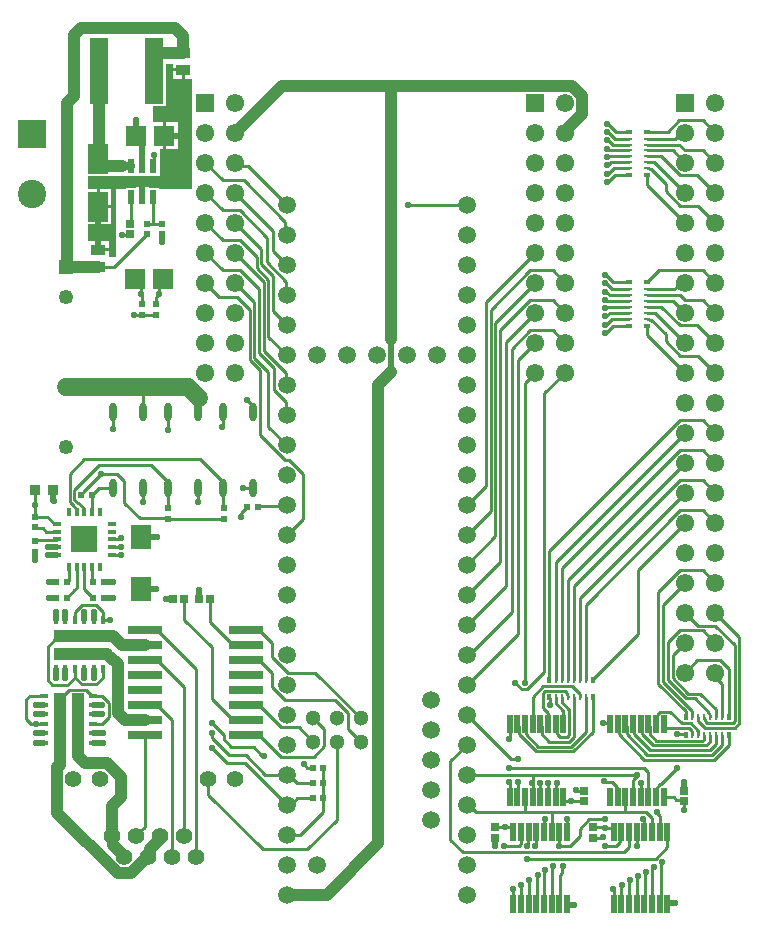
<source format=gtl>
G04*
G04 #@! TF.GenerationSoftware,Altium Limited,Altium Designer,22.10.1 (41)*
G04*
G04 Layer_Physical_Order=1*
G04 Layer_Color=255*
%FSLAX44Y44*%
%MOMM*%
G71*
G04*
G04 #@! TF.SameCoordinates,ED3CD574-296F-4DA1-8CEE-BF2CD4CAFD89*
G04*
G04*
G04 #@! TF.FilePolarity,Positive*
G04*
G01*
G75*
%ADD11C,0.2500*%
%ADD17R,1.2621X0.9578*%
%ADD18R,1.7540X1.8062*%
%ADD19O,0.6000X1.5500*%
%ADD20R,0.6000X0.6000*%
%ADD21R,0.6000X0.6000*%
%ADD22R,1.6000X5.7000*%
%ADD23R,1.8000X2.1000*%
%ADD24R,1.7000X2.5000*%
%ADD25R,0.9587X0.9121*%
%ADD26R,0.6400X0.6400*%
%ADD27R,0.6000X1.2000*%
%ADD28R,0.6400X0.6400*%
%ADD29R,0.5000X0.2500*%
%ADD30R,0.5000X0.4250*%
%ADD31R,0.2500X0.5000*%
%ADD32R,0.4250X0.5000*%
G04:AMPARAMS|DCode=33|XSize=0.45mm|YSize=1.6mm|CornerRadius=0.0495mm|HoleSize=0mm|Usage=FLASHONLY|Rotation=180.000|XOffset=0mm|YOffset=0mm|HoleType=Round|Shape=RoundedRectangle|*
%AMROUNDEDRECTD33*
21,1,0.4500,1.5010,0,0,180.0*
21,1,0.3510,1.6000,0,0,180.0*
1,1,0.0990,-0.1755,0.7505*
1,1,0.0990,0.1755,0.7505*
1,1,0.0990,0.1755,-0.7505*
1,1,0.0990,-0.1755,-0.7505*
%
%ADD33ROUNDEDRECTD33*%
%ADD34R,1.0000X2.1000*%
%ADD35R,0.6500X0.4000*%
G04:AMPARAMS|DCode=36|XSize=0.75mm|YSize=0.31mm|CornerRadius=0.0496mm|HoleSize=0mm|Usage=FLASHONLY|Rotation=0.000|XOffset=0mm|YOffset=0mm|HoleType=Round|Shape=RoundedRectangle|*
%AMROUNDEDRECTD36*
21,1,0.7500,0.2108,0,0,0.0*
21,1,0.6508,0.3100,0,0,0.0*
1,1,0.0992,0.3254,-0.1054*
1,1,0.0992,-0.3254,-0.1054*
1,1,0.0992,-0.3254,0.1054*
1,1,0.0992,0.3254,0.1054*
%
%ADD36ROUNDEDRECTD36*%
G04:AMPARAMS|DCode=37|XSize=0.31mm|YSize=0.75mm|CornerRadius=0.0496mm|HoleSize=0mm|Usage=FLASHONLY|Rotation=0.000|XOffset=0mm|YOffset=0mm|HoleType=Round|Shape=RoundedRectangle|*
%AMROUNDEDRECTD37*
21,1,0.3100,0.6508,0,0,0.0*
21,1,0.2108,0.7500,0,0,0.0*
1,1,0.0992,0.1054,-0.3254*
1,1,0.0992,-0.1054,-0.3254*
1,1,0.0992,-0.1054,0.3254*
1,1,0.0992,0.1054,0.3254*
%
%ADD37ROUNDEDRECTD37*%
%ADD38R,0.4000X0.6500*%
%ADD39R,2.1000X1.0000*%
%ADD46R,2.2000X2.2000*%
%ADD47R,2.9210X0.7620*%
%ADD50C,1.2500*%
%ADD51R,1.2500X1.2500*%
%ADD59C,1.0000*%
%ADD60C,1.5000*%
%ADD61C,0.5000*%
%ADD62C,0.7000*%
%ADD63C,0.2350*%
%ADD64C,2.4000*%
%ADD65R,2.4000X2.4000*%
%ADD66C,1.5500*%
%ADD67R,1.5500X1.5500*%
%ADD68C,1.3000*%
%ADD69C,1.5000*%
%ADD70C,1.4000*%
%ADD71C,0.5500*%
%ADD72C,0.5000*%
G36*
X151149Y719998D02*
X160000D01*
Y718728D01*
X161270D01*
Y711399D01*
X167000D01*
Y618000D01*
X139000D01*
Y618500D01*
X130540D01*
Y619540D01*
X119460D01*
Y618500D01*
X111000D01*
Y618000D01*
X103000D01*
Y560000D01*
X96851D01*
Y565002D01*
X88000D01*
Y566272D01*
X86730D01*
Y573601D01*
X79149D01*
X79000Y574809D01*
Y587960D01*
X86557D01*
Y603000D01*
Y618040D01*
X79000D01*
Y629000D01*
X140000D01*
Y651429D01*
X142491D01*
Y663000D01*
Y674571D01*
X134000D01*
Y688000D01*
X145000D01*
Y724000D01*
X151149D01*
Y719998D01*
D02*
G37*
%LPC*%
G36*
X158730Y717458D02*
X151149D01*
Y711399D01*
X158730D01*
Y717458D01*
D02*
G37*
G36*
X155071Y674571D02*
X145031D01*
Y664270D01*
X155071D01*
Y674571D01*
D02*
G37*
G36*
Y661730D02*
X145031D01*
Y651429D01*
X155071D01*
Y661730D01*
D02*
G37*
G36*
X98867Y618040D02*
X89096D01*
Y604270D01*
X98867D01*
Y618040D01*
D02*
G37*
G36*
Y601730D02*
X89096D01*
Y587960D01*
X98867D01*
Y601730D01*
D02*
G37*
G36*
X89270Y573601D02*
Y567542D01*
X96851D01*
Y573601D01*
X89270D01*
D02*
G37*
%LPD*%
D11*
X125700Y429250D02*
Y449953D01*
X126000Y450253D01*
X584000Y92000D02*
X584000Y92000D01*
Y99400D02*
X584000Y99400D01*
X584000Y92000D02*
Y99400D01*
X134750Y637250D02*
Y646750D01*
X134500Y637000D02*
X134750Y637250D01*
Y646750D02*
X135000Y647000D01*
X118000Y511000D02*
X118250Y511250D01*
X124750D02*
X125000Y511500D01*
X118250Y511250D02*
X124750D01*
X99292Y321250D02*
X99593Y321550D01*
X106550D01*
X107000Y322000D01*
X124000Y529000D02*
Y537239D01*
X119239Y542000D02*
X124000Y537239D01*
Y528188D02*
Y529000D01*
X125000Y520500D02*
Y527188D01*
X124000Y528188D02*
X125000Y527188D01*
X139000Y529000D02*
Y538239D01*
X142761Y542000D01*
X137000Y526188D02*
X139000Y528188D01*
Y529000D01*
X137000Y520500D02*
Y526188D01*
X125000Y511500D02*
X125000Y511500D01*
X137000D01*
X218700Y429250D02*
Y434150D01*
X214000Y438850D02*
X218700Y434150D01*
X214000Y438850D02*
Y439000D01*
X210500Y364813D02*
X218637D01*
X218700Y364750D01*
X172104Y353104D02*
Y364646D01*
X172207Y364750D01*
X172000Y353000D02*
X172104Y353104D01*
X125850Y353150D02*
Y364600D01*
Y353150D02*
X126000Y353000D01*
X125700Y364750D02*
X125850Y364600D01*
X110000Y352000D02*
Y371000D01*
X104000Y377000D02*
X110000Y371000D01*
Y352000D02*
X123000Y339000D01*
X75250Y361639D02*
X90611Y377000D01*
X104000D01*
X73500Y359000D02*
X75250Y360750D01*
Y361639D01*
X147000Y338500D02*
X194000D01*
X146500Y339000D02*
X147000Y338500D01*
X123000Y339000D02*
X146500D01*
X67750Y363139D02*
X88611Y384000D01*
X132307D02*
X146807Y369500D01*
X88611Y384000D02*
X132307D01*
X76000Y389000D02*
X173800D01*
X63750Y376750D02*
X76000Y389000D01*
X63750Y353204D02*
Y376750D01*
X173800Y389000D02*
X193300Y369500D01*
X99417Y308125D02*
X106875D01*
X107000Y308000D01*
X99292Y308250D02*
X99417Y308125D01*
X99418Y314875D02*
X106875D01*
X107000Y315000D01*
X99292Y314750D02*
X99418Y314875D01*
X34000Y350000D02*
Y362267D01*
X34733Y363000D01*
X34000Y340500D02*
Y350000D01*
X45000Y202000D02*
X49000Y198000D01*
X61778D01*
X45000Y202000D02*
Y230000D01*
X61778Y198000D02*
X68000Y204222D01*
X50750Y235750D02*
X56500D01*
X45000Y230000D02*
X50750Y235750D01*
X56500D02*
X60250Y239500D01*
X68000Y204222D02*
Y211250D01*
X73722Y198500D02*
X86278D01*
X68000Y204222D02*
X73722Y198500D01*
X86278D02*
X92000Y204222D01*
Y211250D01*
X92125Y252875D02*
X97875D01*
X92000Y252750D02*
X92125Y252875D01*
X97875D02*
X98000Y253000D01*
X92000Y252750D02*
Y259778D01*
Y252750D02*
X92000Y252750D01*
X86278Y265500D02*
X92000Y259778D01*
X73722Y265500D02*
X86278D01*
X68000Y259778D02*
X73722Y265500D01*
X68000Y252750D02*
Y259778D01*
X63250Y194000D02*
X77500D01*
X55500Y186250D02*
X63250Y194000D01*
X82500Y189000D02*
X83750D01*
X77500Y194000D02*
X82500Y189000D01*
X55500Y180750D02*
Y186250D01*
X90750Y188976D02*
X96617Y183109D01*
X83750Y165000D02*
X90778D01*
X96617Y170839D01*
Y183109D01*
X83775Y188976D02*
X90750D01*
X83750Y189000D02*
X83775Y188976D01*
X31000Y165000D02*
X35000D01*
X42250D01*
X27000Y169000D02*
X31000Y165000D01*
X27000Y169000D02*
Y186000D01*
X30000Y189000D02*
X42250D01*
X27000Y186000D02*
X30000Y189000D01*
X184000Y186381D02*
Y230000D01*
Y186381D02*
X202131Y168250D01*
X160600Y253400D02*
X184000Y230000D01*
X160600Y253400D02*
Y271000D01*
X202131Y168250D02*
X212926D01*
X182600Y251281D02*
X202131Y231750D01*
X212926D01*
X182600Y251281D02*
Y271000D01*
X226188Y139000D02*
X227188Y138000D01*
X228000D01*
X226000Y139000D02*
X226188D01*
X219513Y145487D02*
X226000Y139000D01*
X200685Y145487D02*
X219513D01*
X194198Y151974D02*
X200685Y145487D01*
X194198Y151974D02*
Y155802D01*
X184000Y166000D02*
X194198Y155802D01*
X100000Y415000D02*
X100150Y415150D01*
Y429100D02*
X100300Y429250D01*
X100150Y415150D02*
Y429100D01*
X198634Y138366D02*
X212634D01*
X184055Y152945D02*
Y157385D01*
Y152945D02*
X198634Y138366D01*
X229100Y121900D02*
X247500D01*
X212634Y138366D02*
X229100Y121900D01*
X247500D02*
X249610D01*
X212000Y132000D02*
X247500Y96500D01*
X197000Y132000D02*
X212000D01*
X184000Y145000D02*
X197000Y132000D01*
X146904Y414096D02*
X147000Y414000D01*
X146807Y429250D02*
X146904Y429154D01*
Y414096D02*
Y429154D01*
X193000Y416000D02*
X193150Y416150D01*
Y429100D02*
X193300Y429250D01*
X193150Y416150D02*
Y429100D01*
X209045Y340045D02*
Y343986D01*
X214000Y348941D01*
X209000Y340000D02*
X209045Y340045D01*
X223779Y349721D02*
X246721D01*
X223000Y348941D02*
X223779Y349721D01*
X246721D02*
X247500Y350500D01*
X193300Y364750D02*
X193650Y364400D01*
Y347850D02*
Y364400D01*
Y347850D02*
X194000Y347500D01*
X146904Y347596D02*
Y364654D01*
Y347596D02*
X147000Y347500D01*
X146807Y364750D02*
X146904Y364654D01*
X193300Y364750D02*
Y369500D01*
X63750Y353204D02*
X67343Y349612D01*
Y348900D02*
Y349612D01*
Y348900D02*
X69542Y346700D01*
Y344500D02*
Y346700D01*
X146807Y364750D02*
Y369500D01*
X67750Y354861D02*
X70631Y351980D01*
X67750Y354861D02*
Y363139D01*
X70631Y351980D02*
X70961D01*
X73843Y349099D01*
Y348900D02*
X76042Y346700D01*
X73843Y348900D02*
Y349099D01*
X76042Y344500D02*
Y346700D01*
X88250Y364750D02*
X100300D01*
X82500Y359000D02*
X88250Y364750D01*
X82521Y344521D02*
X82543Y344500D01*
X82521Y344521D02*
Y358979D01*
X82500Y359000D02*
X82521Y358979D01*
X350000Y604000D02*
X350500Y604500D01*
X399900D01*
X261787Y130862D02*
X264649Y128000D01*
X269500D01*
X256510Y115000D02*
X269500D01*
X249610Y121900D02*
X256510Y115000D01*
X250883Y96500D02*
X256383Y102000D01*
X247500Y96500D02*
X250883D01*
X256383Y102000D02*
X269500D01*
X278500Y115000D02*
Y128000D01*
Y102000D02*
Y115000D01*
X259100Y71100D02*
X278500Y90500D01*
Y102000D01*
X247500Y71100D02*
X259100D01*
X247500Y325100D02*
X261000Y338600D01*
Y376896D01*
X249296Y388600D02*
X261000Y376896D01*
X216000Y473343D02*
Y515449D01*
X205290Y526159D02*
X216000Y515449D01*
Y473343D02*
X224450Y464893D01*
X220000Y475000D02*
X232000Y463000D01*
X203600Y538400D02*
X220000Y522000D01*
Y475000D02*
Y522000D01*
X232000Y493000D02*
X247500Y477500D01*
X232000Y493000D02*
Y541000D01*
X228000Y481000D02*
Y539343D01*
Y481000D02*
X247114Y461886D01*
X224450Y409855D02*
X245704Y388600D01*
X190441Y526159D02*
X205290D01*
X178200Y538400D02*
X190441Y526159D01*
X245704Y388600D02*
X249296D01*
X224450Y409855D02*
Y464893D01*
X232000Y416800D02*
X247500Y401300D01*
X232000Y416800D02*
Y463000D01*
X193100Y548900D02*
X207949D01*
X178200Y563800D02*
X193100Y548900D01*
X207949D02*
X224000Y532850D01*
Y479000D02*
X237000Y466000D01*
X224000Y479000D02*
Y532850D01*
X237000Y448105D02*
X247155Y437950D01*
X237000Y448105D02*
Y466000D01*
X247155Y427046D02*
X247500Y426700D01*
X247155Y427046D02*
Y437950D01*
X218000Y549343D02*
Y549400D01*
Y549343D02*
X228000Y539343D01*
X203600Y563800D02*
X218000Y549400D01*
X222000Y551000D02*
X232000Y541000D01*
X222000Y551000D02*
Y560249D01*
X247114Y452486D02*
X247500Y452100D01*
X247114Y452486D02*
Y461886D01*
X226000Y554000D02*
Y566800D01*
X236000Y514400D02*
Y544000D01*
X226000Y554000D02*
X236000Y544000D01*
Y514400D02*
X247500Y502900D01*
X178200Y589200D02*
X193100Y574300D01*
X207949D02*
X222000Y560249D01*
X193100Y574300D02*
X207949D01*
X203600Y589200D02*
X226000Y566800D01*
X207949Y599700D02*
X231000Y576650D01*
Y555705D02*
X247155Y539550D01*
X231000Y555705D02*
Y576650D01*
X203600Y614600D02*
X236000Y582200D01*
Y565200D02*
X247500Y553700D01*
X236000Y565200D02*
Y582200D01*
X245949Y580651D02*
Y590051D01*
X210900Y625100D02*
X245949Y590051D01*
X193100Y625100D02*
X210900D01*
X245949Y580651D02*
X247500Y579100D01*
X178200Y614600D02*
X193100Y599700D01*
X207949D01*
X247155Y528646D02*
Y539550D01*
Y528646D02*
X247500Y528300D01*
X178200Y640000D02*
X193100Y625100D01*
X206087Y637513D02*
X214488D01*
X203600Y640000D02*
X206087Y637513D01*
X214488D02*
X247500Y604500D01*
X472500Y498100D02*
X483000Y487600D01*
X564751Y518000D02*
X580251Y502500D01*
X552500Y518000D02*
X564751D01*
X568195Y616156D02*
X580429Y603922D01*
X568195Y616156D02*
Y622444D01*
X556139Y634500D02*
X568195Y622444D01*
X564251Y645500D02*
X580251Y629500D01*
X552500Y645500D02*
X564251D01*
X433000Y488400D02*
X457600Y513000D01*
X552500Y494300D02*
X584600Y462200D01*
X610000Y259000D02*
X630750Y238250D01*
X552473Y621327D02*
X584600Y589200D01*
X416000Y522200D02*
X457600Y563800D01*
X566100Y265900D02*
X584600Y284400D01*
X472500Y523500D02*
X483000Y513000D01*
X574100Y203851D02*
X587401Y190550D01*
X597700D02*
X611000Y177250D01*
X587401Y190550D02*
X597700D01*
X593089Y186551D02*
X605000Y174639D01*
Y173250D02*
X606000Y172250D01*
X605000Y173250D02*
Y174639D01*
X606000Y171000D02*
Y172250D01*
X544681Y295281D02*
X584600Y335200D01*
X443000Y473000D02*
X457600Y487600D01*
X558700Y640500D02*
X584600Y614600D01*
X599500Y396500D02*
X610000Y386000D01*
X599500Y294900D02*
X610000Y284400D01*
X581082Y665400D02*
X584600D01*
X576182Y660500D02*
X581082Y665400D01*
X552500Y660500D02*
X576182D01*
X599500Y421900D02*
X610000Y411400D01*
X559200Y513000D02*
X584600Y487600D01*
X574600Y523000D02*
X584600Y513000D01*
X602000Y167361D02*
X603611Y165750D01*
X611000Y171000D02*
Y177250D01*
X574100Y650500D02*
X584600Y640000D01*
X424000Y504800D02*
X457600Y538400D01*
Y461989D02*
Y462200D01*
X599500Y345700D02*
X610000Y335200D01*
X475500Y302300D02*
X584600Y411400D01*
X472500Y548900D02*
X483000Y538400D01*
X599500Y675900D02*
X610000Y665400D01*
X568195Y489156D02*
X580429Y476922D01*
X556139Y507000D02*
X568195Y494944D01*
Y489156D02*
Y494944D01*
X599500Y523500D02*
X610000Y513000D01*
X599500Y650500D02*
X610000Y640000D01*
X595100Y218700D02*
X614349D01*
X566100Y200537D02*
X591000Y175637D01*
X562100Y198880D02*
X585125Y175855D01*
X562100Y198880D02*
Y276749D01*
X566100Y200537D02*
Y265900D01*
X621875Y171000D02*
Y211174D01*
X614349Y218700D02*
X621875Y211174D01*
X485500Y286900D02*
X584600Y386000D01*
X465625Y444825D02*
X483000Y462200D01*
X599500Y548900D02*
X610000Y538400D01*
X495500Y271500D02*
X584600Y360600D01*
X610000Y204682D02*
Y208200D01*
X599500Y371100D02*
X610000Y360600D01*
X581082Y538400D02*
X584600D01*
X575682Y533000D02*
X581082Y538400D01*
X552500Y533000D02*
X575682D01*
X580251Y502500D02*
X595100D01*
X610000Y487600D01*
X574100Y203851D02*
Y223100D01*
X584600Y233600D01*
X580429Y603922D02*
X595279D01*
X610000Y589200D01*
X580251Y629500D02*
X595100D01*
X610000Y614600D01*
X585744Y186551D02*
X593089D01*
X570100Y202194D02*
X585744Y186551D01*
X570100Y202194D02*
Y233949D01*
X580251Y244100D01*
X599500D01*
X610000Y233600D01*
X584600Y259000D02*
X595500Y248100D01*
X610349D01*
X626750Y231699D01*
Y167361D02*
Y231699D01*
X625139Y165750D02*
X626750Y167361D01*
X603611Y165750D02*
X625139D01*
X602000Y167361D02*
Y168750D01*
X601000Y169750D02*
X602000Y168750D01*
X601000Y169750D02*
Y171000D01*
X580429Y476922D02*
X595279D01*
X610000Y462200D01*
X584600Y208200D02*
X595100Y218700D01*
X580251Y371100D02*
X599500D01*
X490500Y281349D02*
X580251Y371100D01*
X490500Y202500D02*
Y281349D01*
X610000Y204682D02*
X616000Y198682D01*
Y171000D02*
Y198682D01*
X495500Y202500D02*
Y271500D01*
X562900Y548900D02*
X599500D01*
X552875Y538875D02*
X562900Y548900D01*
X552500Y538875D02*
X552875D01*
X465625Y208847D02*
Y444825D01*
X451278Y194500D02*
X465625Y208847D01*
X446500Y194500D02*
X451278D01*
X441000Y200000D02*
X446500Y194500D01*
X485500Y202500D02*
Y286900D01*
X584651Y650500D02*
X599500D01*
X579651Y655500D02*
X584651Y650500D01*
X552500Y655500D02*
X579651D01*
X584651Y523500D02*
X599500D01*
X580151Y528000D02*
X584651Y523500D01*
X552500Y528000D02*
X580151D01*
X554750Y507000D02*
X556139D01*
X553750Y508000D02*
X554750Y507000D01*
X552500Y508000D02*
X553750D01*
X579629Y675900D02*
X599500D01*
X570104Y666375D02*
X579629Y675900D01*
X552500Y666375D02*
X570104D01*
X453251Y548900D02*
X472500D01*
X420000Y515649D02*
X453251Y548900D01*
X420000Y345200D02*
Y515649D01*
X399900Y325100D02*
X420000Y345200D01*
X475500Y202500D02*
Y302300D01*
X580251Y345700D02*
X599500D01*
X500500Y265949D02*
X580251Y345700D01*
X500500Y202500D02*
Y265949D01*
X449000Y453389D02*
X457600Y461989D01*
X449000Y200000D02*
Y453389D01*
X424000Y323800D02*
Y504800D01*
X399900Y299700D02*
X424000Y323800D01*
X552500Y650500D02*
X574100D01*
X552500Y523000D02*
X574600D01*
X552500Y513000D02*
X559200D01*
X580251Y421900D02*
X599500D01*
X469625Y311274D02*
X580251Y421900D01*
X469625Y202500D02*
Y311274D01*
X580251Y294900D02*
X599500D01*
X562100Y276749D02*
X580251Y294900D01*
X585125Y171000D02*
Y175855D01*
X580251Y396500D02*
X599500D01*
X480500Y296749D02*
X580251Y396500D01*
X480500Y202500D02*
Y296749D01*
X552500Y640500D02*
X558700D01*
X443000Y241200D02*
Y473000D01*
X399900Y198100D02*
X443000Y241200D01*
X544681Y241181D02*
Y295281D01*
X506375Y202875D02*
X544681Y241181D01*
X506375Y202500D02*
Y202875D01*
X453251Y523500D02*
X472500D01*
X428000Y498249D02*
X453251Y523500D01*
X428000Y302400D02*
Y498249D01*
X399900Y274300D02*
X428000Y302400D01*
X399900Y274300D02*
Y274300D01*
X591000Y171000D02*
Y175637D01*
X416000Y366600D02*
Y522200D01*
X399900Y350500D02*
X416000Y366600D01*
X552473Y621327D02*
Y629598D01*
X596000Y167704D02*
Y171000D01*
Y167704D02*
X601954Y161750D01*
X626796D01*
X630750Y165704D01*
Y238250D01*
X552500Y494300D02*
Y502125D01*
X433000Y282000D02*
Y488400D01*
X399900Y248900D02*
X433000Y282000D01*
X554750Y634500D02*
X556139D01*
X553750Y635500D02*
X554750Y634500D01*
X552500Y635500D02*
X553750D01*
X453251Y498100D02*
X472500D01*
X438000Y482849D02*
X453251Y498100D01*
X438000Y260000D02*
Y482849D01*
X401500Y223500D02*
X438000Y260000D01*
X399900Y223500D02*
X401500D01*
X180960Y105040D02*
Y118260D01*
X227000Y59000D02*
X265000D01*
X180960Y105040D02*
X227000Y59000D01*
X290000Y84000D02*
Y150000D01*
X265000Y59000D02*
X290000Y84000D01*
X396500Y56500D02*
X533278D01*
X399900Y147300D02*
X399900D01*
X386000Y133400D02*
X399900Y147300D01*
X386000Y67000D02*
X396500Y56500D01*
X386000Y67000D02*
Y133400D01*
X270132Y137050D02*
X279250Y146169D01*
X223721Y155550D02*
X242221Y137050D01*
X270132D01*
X279250Y146169D02*
Y160750D01*
X270000Y170000D02*
X279250Y160750D01*
X234768Y221737D02*
X248155Y208350D01*
X223721Y180950D02*
X242221Y162450D01*
X212926Y180950D02*
X223721D01*
X437026Y135574D02*
X442426D01*
X443000Y135000D01*
X399900Y172700D02*
X437026Y135574D01*
X407615Y90645D02*
X449207D01*
X401759Y96500D02*
X407615Y90645D01*
X399900Y96500D02*
X401759D01*
X399900Y121900D02*
X455708D01*
X234768Y196337D02*
X246020Y185084D01*
X212926Y219050D02*
X223721D01*
Y244450D02*
X234768Y233403D01*
Y221737D02*
Y233403D01*
X248155Y208350D02*
X271650D01*
X310000Y170000D01*
X242221Y162450D02*
X257550D01*
X270000Y150000D01*
X223721Y219050D02*
X234768Y208003D01*
Y196337D02*
Y208003D01*
X246020Y185084D02*
X287997D01*
X299250Y173832D01*
Y160750D02*
Y173832D01*
Y160750D02*
X310000Y150000D01*
X212926Y244450D02*
X223721D01*
X212926Y155550D02*
X223721D01*
X533278Y56500D02*
X537250Y60472D01*
Y73500D01*
X137869Y244450D02*
X170800Y211519D01*
X137869Y180950D02*
X150480Y168339D01*
X127074Y180950D02*
X137869D01*
X150480Y52220D02*
Y168339D01*
X137869Y219050D02*
X160640Y196279D01*
Y70000D02*
Y196279D01*
X127074Y78129D02*
Y155550D01*
X120000Y71055D02*
X127074Y78129D01*
X120000Y70000D02*
Y71055D01*
X127074Y219050D02*
X137869D01*
X127074Y244450D02*
X137869D01*
X170800Y52220D02*
Y211519D01*
X50593Y334250D02*
X52793D01*
X44500Y340500D02*
X50293Y334707D01*
X34000Y340500D02*
X44500D01*
X50293Y334550D02*
X50593Y334250D01*
X50293Y334550D02*
Y334707D01*
X40750Y331021D02*
X44021Y327750D01*
X52793D01*
X34000Y331500D02*
X34479Y331021D01*
X40750D01*
X35450Y320950D02*
X52493D01*
X34000Y319500D02*
X35450Y320950D01*
X52493D02*
X52793Y321250D01*
X82521Y297979D02*
X82543Y298000D01*
X82521Y297979D02*
Y297979D01*
X82800Y285700D02*
X83500Y285000D01*
X82800Y285700D02*
Y297700D01*
X82521Y297979D02*
X82800Y297700D01*
X69500Y280000D02*
Y297957D01*
X69542Y298000D01*
X67536Y278036D02*
X69500Y280000D01*
X67536Y278036D02*
Y278036D01*
X61500Y272000D02*
X67536Y278036D01*
X76000Y279500D02*
Y297957D01*
X76042Y298000D01*
X76000Y279500D02*
X83500Y272000D01*
X61500Y285000D02*
X62743Y286243D01*
Y297700D02*
X63042Y298000D01*
X62743Y286243D02*
Y297700D01*
X517000Y496000D02*
X517778D01*
X523903Y502125D02*
X537500D01*
X517778Y496000D02*
X523903Y502125D01*
X517778Y503000D02*
X522778Y508000D01*
X517000Y503000D02*
X517778D01*
X522778Y508000D02*
X537500D01*
X517812Y510000D02*
X520812Y513000D01*
X537500D01*
X517000Y510000D02*
X517812D01*
X517000Y517000D02*
X517812D01*
X518812Y518000D02*
X537500D01*
X517812Y517000D02*
X518812Y518000D01*
X517000Y524000D02*
X517812D01*
X518812Y523000D02*
X537500D01*
X517812Y524000D02*
X518812Y523000D01*
X517000Y531000D02*
X517812D01*
X520812Y528000D02*
X537500D01*
X517812Y531000D02*
X520812Y528000D01*
X517000Y538000D02*
X517778D01*
X522778Y533000D01*
X537500D01*
X517000Y545000D02*
X517778D01*
X523903Y538875D02*
X537500D01*
X517778Y545000D02*
X523903Y538875D01*
X525403Y629625D02*
X537500D01*
X519000Y624000D02*
X519778D01*
X525403Y629625D01*
X519000Y631000D02*
X519778D01*
X524278Y635500D01*
X537500D01*
X519000Y638000D02*
X519778D01*
X522278Y640500D02*
X537500D01*
X519778Y638000D02*
X522278Y640500D01*
X519500Y645500D02*
X537500D01*
X519000Y645000D02*
X519500Y645500D01*
X519000Y673000D02*
X519778D01*
X526403Y666375D02*
X537500D01*
X519778Y673000D02*
X526403Y666375D01*
X519778Y666000D02*
X525278Y660500D01*
X537500D01*
X519000Y666000D02*
X519778D01*
X519812Y659000D02*
X523312Y655500D01*
X537500D01*
X519000Y659000D02*
X519812D01*
X519000Y652000D02*
X519812D01*
X521312Y650500D02*
X537500D01*
X519812Y652000D02*
X521312Y650500D01*
X563250Y73500D02*
Y86938D01*
X561000Y89188D02*
Y90000D01*
Y89188D02*
X563250Y86938D01*
X564293Y114293D02*
X578000Y128000D01*
X560207Y110208D02*
X561707Y111707D01*
Y112392D01*
X563608Y114293D01*
X564293D01*
X560207Y103543D02*
Y110208D01*
X540708Y103543D02*
Y117896D01*
X543900Y121900D02*
X544000Y122000D01*
X543900Y121088D02*
Y121900D01*
X455708D02*
X543900D01*
X540708Y117896D02*
X543900Y121088D01*
X517000Y62000D02*
X526599D01*
X529750Y65151D02*
Y72500D01*
X526599Y62000D02*
X529750Y65151D01*
Y72500D02*
X530750Y73500D01*
X515000Y166000D02*
X519750D01*
X521208Y164543D01*
X516000Y116400D02*
X516301Y116099D01*
X522500D01*
X526708Y111892D01*
Y104543D02*
X527708Y103543D01*
X526708Y104543D02*
Y111892D01*
X478000Y62000D02*
X487099D01*
X495355Y70256D01*
Y76244D01*
X503611Y84500D01*
X517000D01*
X507300Y68700D02*
X514700D01*
X515000Y69000D01*
X455708Y115000D02*
Y121900D01*
Y103543D02*
Y115000D01*
X549574Y74176D02*
Y83926D01*
X549000Y84500D02*
X549574Y83926D01*
Y74176D02*
X550250Y73500D01*
X543750D02*
X543875Y73375D01*
Y62125D02*
Y73375D01*
Y62125D02*
X544000Y62000D01*
X578125Y156125D02*
X585000D01*
X578000Y156250D02*
X578125Y156125D01*
X585000D02*
X585125Y156000D01*
X469938Y181173D02*
Y187188D01*
X469625Y187500D02*
X469938Y187188D01*
Y181173D02*
X470250Y180861D01*
X475207Y114207D02*
X476000Y115000D01*
X475207Y103543D02*
Y114207D01*
X436104Y164439D02*
X436208Y164543D01*
X436104Y152104D02*
Y164439D01*
X436000Y152000D02*
X436104Y152104D01*
X445500Y73250D02*
X445750Y73500D01*
X445500Y63464D02*
Y73250D01*
X444035Y62000D02*
X445500Y63464D01*
X431000Y62000D02*
X444035D01*
X547000Y115000D02*
X547104Y114896D01*
Y103646D02*
Y114896D01*
Y103646D02*
X547207Y103543D01*
X553354Y103897D02*
Y124646D01*
X436000Y128000D02*
X550000D01*
X553354Y124646D01*
X451000Y51000D02*
X560000D01*
X569750Y60750D01*
Y73500D01*
X480426Y44426D02*
X481000Y45000D01*
X478500Y37250D02*
X480426Y39176D01*
X478500Y12750D02*
Y37250D01*
X480426Y39176D02*
Y44426D01*
X478250Y12500D02*
X478500Y12750D01*
X507000Y68400D02*
X507300Y68700D01*
X517000Y77000D02*
X523250D01*
X524250Y73500D02*
Y76000D01*
X523250Y77000D02*
X524250Y76000D01*
X516400Y77600D02*
X517000Y77000D01*
X507000Y77600D02*
X516400D01*
X492000Y109000D02*
X492400Y108600D01*
X499000D01*
X481707Y101000D02*
X482707Y100000D01*
X481707Y101000D02*
Y103543D01*
X482707Y100000D02*
X488000D01*
X488600Y99400D01*
X499000D01*
X553354Y103897D02*
X553708Y103543D01*
X451574Y62574D02*
Y72824D01*
X452250Y73500D01*
X451000Y62000D02*
X451574Y62574D01*
X442707Y103543D02*
X442993Y103828D01*
Y115215D01*
X443278Y115500D01*
X484875Y73625D02*
Y84375D01*
X485000Y84500D01*
X484750Y73500D02*
X484875Y73625D01*
X468708Y114707D02*
X469000Y115000D01*
X468708Y103543D02*
Y114707D01*
X462000Y115000D02*
X462207Y114792D01*
Y103543D02*
Y114792D01*
X478000Y62000D02*
X478125Y62125D01*
Y73375D02*
X478250Y73500D01*
X478125Y62125D02*
Y73375D01*
X465250Y73500D02*
X465625Y73875D01*
Y84125D01*
X466000Y84500D01*
X458000Y62000D02*
X458750Y62750D01*
Y73500D01*
X564250Y13500D02*
Y46438D01*
X565000Y47188D01*
Y48000D01*
X550801Y13051D02*
Y39426D01*
X550250Y12500D02*
X550801Y13051D01*
Y39426D02*
X551375Y40000D01*
X545000Y35188D02*
Y36000D01*
X543750Y33938D02*
X545000Y35188D01*
X543750Y12500D02*
Y33938D01*
X556875Y42063D02*
X558000Y43188D01*
X556875Y12625D02*
Y42063D01*
X558000Y43188D02*
Y44000D01*
X556750Y12500D02*
X556875Y12625D01*
X537625Y12875D02*
Y32625D01*
X538000Y33000D01*
X537250Y12500D02*
X537625Y12875D01*
X530750Y12500D02*
X530875Y12625D01*
Y28875D01*
X531000Y29000D01*
X471887Y12637D02*
Y43075D01*
X473000Y44188D02*
Y45000D01*
X471887Y43075D02*
X473000Y44188D01*
X471750Y12500D02*
X471887Y12637D01*
X465625Y12875D02*
Y39427D01*
X466387Y40188D01*
X465250Y12500D02*
X465625Y12875D01*
X466387Y40188D02*
Y41000D01*
X452625Y12875D02*
Y32625D01*
X452250Y12500D02*
X452625Y12875D01*
Y32625D02*
X453000Y33000D01*
X445750Y12500D02*
X445875Y12625D01*
Y28875D01*
X446000Y29000D01*
X458750Y12500D02*
X459426Y13176D01*
Y36426D02*
X460000Y37000D01*
X459426Y13176D02*
Y36426D01*
X436000Y116000D02*
X436208Y115793D01*
Y103543D02*
Y115793D01*
X431800Y77800D02*
X432000Y78000D01*
X424000Y77600D02*
X424200Y77800D01*
X431800D01*
X438250Y78000D02*
X439250Y77000D01*
X432000Y78000D02*
X438250D01*
X439250Y73500D02*
Y77000D01*
X566708Y103543D02*
X567250Y103000D01*
X575000D01*
X577050Y100950D02*
X582450D01*
X575000Y103000D02*
X577050Y100950D01*
X582450D02*
X584000Y99400D01*
X552000Y90000D02*
X556750Y85250D01*
Y73500D02*
Y85250D01*
X533713Y90000D02*
X552000D01*
X449852D02*
X471512D01*
X449207Y90645D02*
X449852Y90000D01*
X449207Y90645D02*
Y103543D01*
X471512Y90000D02*
X533713D01*
X471750Y73500D02*
Y89762D01*
X471512Y90000D02*
X471750Y89762D01*
X533713Y90000D02*
X534207Y90494D01*
Y103543D01*
X439000Y25000D02*
X439125Y24875D01*
Y12625D02*
X439250Y12500D01*
X439125Y12625D02*
Y24875D01*
X563250Y12500D02*
X564250Y13500D01*
X524000Y25000D02*
X524125Y24875D01*
Y12625D02*
X524250Y12500D01*
X524125Y12625D02*
Y24875D01*
X609064Y134750D02*
X621875Y147562D01*
Y156000D01*
X550151Y134750D02*
X609064D01*
X528708Y156194D02*
X550151Y134750D01*
X528708Y156194D02*
Y163543D01*
X527708Y164543D02*
X528708Y163543D01*
X616000Y147343D02*
Y156000D01*
X552651Y138750D02*
X607407D01*
X616000Y147343D01*
X535207Y156194D02*
X552651Y138750D01*
X535207Y156194D02*
Y163543D01*
X534207Y164543D02*
X535207Y163543D01*
X605750Y142750D02*
X611000Y148000D01*
Y156000D01*
X541708Y156194D02*
X555151Y142750D01*
X541708Y156194D02*
Y163543D01*
X540708Y164543D02*
X541708Y163543D01*
X555151Y142750D02*
X605750D01*
X606000Y150000D02*
Y156000D01*
X602750Y146750D02*
X606000Y150000D01*
X557651Y146750D02*
X602750D01*
X548208Y156194D02*
X557651Y146750D01*
X548208Y156194D02*
Y163543D01*
X547207Y164543D02*
X548208Y163543D01*
X601000Y152215D02*
Y156000D01*
X599536Y150750D02*
X601000Y152215D01*
X560151Y150750D02*
X599536D01*
X554708Y156194D02*
X560151Y150750D01*
X554708Y156194D02*
Y163543D01*
X553708Y164543D02*
X554708Y163543D01*
X566708Y162750D02*
Y164543D01*
Y162750D02*
X567708Y161750D01*
X587889D01*
X591000Y158639D01*
X589546Y165750D02*
X596000Y159296D01*
X581861Y165750D02*
X589546D01*
X572318Y175293D02*
X581861Y165750D01*
X596000Y156000D02*
Y159296D01*
X561208Y172892D02*
X563608Y175293D01*
X572318D01*
X561208Y165543D02*
Y172892D01*
X560207Y164543D02*
X561208Y165543D01*
X591000Y156000D02*
Y158639D01*
X464750Y178250D02*
Y191139D01*
X468451Y164799D02*
X468708Y164543D01*
X468451Y164799D02*
Y174549D01*
X464750Y178250D02*
X468451Y174549D01*
X506375Y158391D02*
Y187500D01*
X489777Y141793D02*
X506375Y158391D01*
X458108Y141793D02*
X489777D01*
X443708Y156194D02*
X458108Y141793D01*
X443708Y156194D02*
Y163543D01*
X442707Y164543D02*
X443708Y163543D01*
X500500Y158173D02*
Y187500D01*
X488120Y145793D02*
X500500Y158173D01*
X460608Y145793D02*
X488120D01*
X450207Y156194D02*
X460608Y145793D01*
X450207Y156194D02*
Y163543D01*
X449207Y164543D02*
X450207Y163543D01*
X495500Y187500D02*
Y190139D01*
X464704Y196750D02*
X488889D01*
X495500Y190139D01*
X455708Y187754D02*
X464704Y196750D01*
X455708Y164543D02*
Y187754D01*
X466361Y192750D02*
X482889D01*
X484500Y190215D02*
X484500Y190215D01*
Y189750D02*
Y190215D01*
X485500Y187500D02*
Y188750D01*
X484500Y190215D02*
Y191139D01*
X484500Y189750D02*
X485500Y188750D01*
X464750Y191139D02*
X466361Y192750D01*
X482889D02*
X484500Y191139D01*
X490500Y178814D02*
Y187500D01*
Y178814D02*
X490708Y178606D01*
X486464Y149793D02*
X490708Y154037D01*
X469608Y149793D02*
X486464D01*
X463208Y156194D02*
X469608Y149793D01*
X490708Y154037D02*
Y178606D01*
X463208Y156194D02*
Y163543D01*
X462207Y164543D02*
X463208Y163543D01*
X480500Y183157D02*
Y187500D01*
Y183157D02*
X486708Y176950D01*
Y155694D02*
Y176950D01*
X478608Y153793D02*
X484807D01*
X486708Y155694D01*
X476208Y156194D02*
X478608Y153793D01*
X476208Y156194D02*
Y163543D01*
X475207Y164543D02*
X476208Y163543D01*
X475500Y182500D02*
X481707Y176293D01*
X475500Y182500D02*
Y187500D01*
X481707Y164543D02*
Y176293D01*
D17*
X88000Y551728D02*
D03*
Y566272D02*
D03*
X160000Y733272D02*
D03*
Y718728D02*
D03*
D18*
X120239Y663000D02*
D03*
X143761D02*
D03*
X119239Y542000D02*
D03*
X142761D02*
D03*
D19*
X125700Y429250D02*
D03*
X100300D02*
D03*
X125700Y364750D02*
D03*
X100300D02*
D03*
X172207Y429250D02*
D03*
X146807D02*
D03*
X172207Y364750D02*
D03*
X146807D02*
D03*
X193300D02*
D03*
X218700D02*
D03*
X193300Y429250D02*
D03*
X218700D02*
D03*
D20*
X83500Y285000D02*
D03*
X92500D02*
D03*
X61500Y272000D02*
D03*
X52500D02*
D03*
X83500D02*
D03*
X92500D02*
D03*
X61500Y285000D02*
D03*
X52500D02*
D03*
X278500Y128000D02*
D03*
X269500D02*
D03*
X278500Y115000D02*
D03*
X269500D02*
D03*
X278500Y102000D02*
D03*
X269500D02*
D03*
X73500Y359000D02*
D03*
X82500D02*
D03*
X214000Y348941D02*
D03*
X223000D02*
D03*
D21*
X34000Y319500D02*
D03*
Y310500D02*
D03*
X194000Y338500D02*
D03*
Y347500D02*
D03*
X147000Y338500D02*
D03*
Y347500D02*
D03*
X142000Y588500D02*
D03*
Y579500D02*
D03*
X34000Y331500D02*
D03*
Y340500D02*
D03*
X137000Y511500D02*
D03*
Y520500D02*
D03*
X129000Y579500D02*
D03*
Y588500D02*
D03*
X125000Y520500D02*
D03*
Y511500D02*
D03*
D22*
X88500Y718000D02*
D03*
X135500D02*
D03*
D23*
X124000Y323000D02*
D03*
Y279000D02*
D03*
D24*
X87826Y643000D02*
D03*
Y603000D02*
D03*
D25*
X34733Y363000D02*
D03*
X49267D02*
D03*
D26*
X115000Y588600D02*
D03*
Y579400D02*
D03*
X584000Y108600D02*
D03*
Y99400D02*
D03*
X507000Y68400D02*
D03*
Y77600D02*
D03*
X424000Y68400D02*
D03*
Y77600D02*
D03*
X499000Y99400D02*
D03*
Y108600D02*
D03*
D27*
X115500Y611000D02*
D03*
X125000D02*
D03*
X134500D02*
D03*
Y637000D02*
D03*
X125000D02*
D03*
X115500D02*
D03*
D28*
X160600Y271000D02*
D03*
X151400D02*
D03*
X182600D02*
D03*
X173400D02*
D03*
D29*
X537500Y635500D02*
D03*
Y640500D02*
D03*
Y645500D02*
D03*
Y650500D02*
D03*
Y655500D02*
D03*
Y660500D02*
D03*
X552500D02*
D03*
Y655500D02*
D03*
Y650500D02*
D03*
Y645500D02*
D03*
Y640500D02*
D03*
Y635500D02*
D03*
Y508000D02*
D03*
Y513000D02*
D03*
Y518000D02*
D03*
Y523000D02*
D03*
Y528000D02*
D03*
Y533000D02*
D03*
X537500D02*
D03*
Y528000D02*
D03*
Y523000D02*
D03*
Y518000D02*
D03*
Y513000D02*
D03*
Y508000D02*
D03*
D30*
Y629625D02*
D03*
Y666375D02*
D03*
X552500D02*
D03*
Y629625D02*
D03*
Y502125D02*
D03*
Y538875D02*
D03*
X537500D02*
D03*
Y502125D02*
D03*
D31*
X500500Y187500D02*
D03*
X495500D02*
D03*
X490500D02*
D03*
X485500D02*
D03*
X480500D02*
D03*
X475500D02*
D03*
Y202500D02*
D03*
X480500D02*
D03*
X485500D02*
D03*
X490500D02*
D03*
X495500D02*
D03*
X500500D02*
D03*
X616000Y156000D02*
D03*
X611000D02*
D03*
X606000D02*
D03*
X601000D02*
D03*
X596000D02*
D03*
X591000D02*
D03*
Y171000D02*
D03*
X596000D02*
D03*
X601000D02*
D03*
X606000D02*
D03*
X611000D02*
D03*
X616000D02*
D03*
D32*
X506375Y187500D02*
D03*
X469625D02*
D03*
Y202500D02*
D03*
X506375D02*
D03*
X621875Y156000D02*
D03*
X585125D02*
D03*
Y171000D02*
D03*
X621875D02*
D03*
D33*
X569750Y73500D02*
D03*
X563250D02*
D03*
X556750D02*
D03*
X550250D02*
D03*
X543750D02*
D03*
X537250D02*
D03*
X530750D02*
D03*
X524250D02*
D03*
X569750Y12500D02*
D03*
X563250D02*
D03*
X556750D02*
D03*
X550250D02*
D03*
X543750D02*
D03*
X537250D02*
D03*
X530750D02*
D03*
X524250D02*
D03*
X439250D02*
D03*
X445750D02*
D03*
X452250D02*
D03*
X458750D02*
D03*
X465250D02*
D03*
X471750D02*
D03*
X478250D02*
D03*
X484750D02*
D03*
X439250Y73500D02*
D03*
X445750D02*
D03*
X452250D02*
D03*
X458750D02*
D03*
X465250D02*
D03*
X471750D02*
D03*
X478250D02*
D03*
X484750D02*
D03*
X436208Y103543D02*
D03*
X442707D02*
D03*
X449207D02*
D03*
X455708D02*
D03*
X462207D02*
D03*
X468708D02*
D03*
X475207D02*
D03*
X481707D02*
D03*
X436208Y164543D02*
D03*
X442707D02*
D03*
X449207D02*
D03*
X455708D02*
D03*
X462207D02*
D03*
X468708D02*
D03*
X475207D02*
D03*
X481707D02*
D03*
X566708Y164543D02*
D03*
X560207D02*
D03*
X553708D02*
D03*
X547207D02*
D03*
X540708D02*
D03*
X534207D02*
D03*
X527708D02*
D03*
X521208D02*
D03*
X566708Y103543D02*
D03*
X560207D02*
D03*
X553708D02*
D03*
X547207D02*
D03*
X540708D02*
D03*
X534207D02*
D03*
X527708D02*
D03*
X521208D02*
D03*
D34*
X70500Y180750D02*
D03*
Y157250D02*
D03*
X55500D02*
D03*
Y180750D02*
D03*
D35*
X83750Y189000D02*
D03*
Y181000D02*
D03*
Y173000D02*
D03*
Y165000D02*
D03*
Y157000D02*
D03*
Y149000D02*
D03*
X42250D02*
D03*
Y157000D02*
D03*
Y165000D02*
D03*
Y173000D02*
D03*
Y181000D02*
D03*
Y189000D02*
D03*
D36*
X52793Y334250D02*
D03*
Y327750D02*
D03*
Y321250D02*
D03*
Y314750D02*
D03*
Y308250D02*
D03*
X99292D02*
D03*
Y314750D02*
D03*
Y321250D02*
D03*
Y327750D02*
D03*
Y334250D02*
D03*
D37*
X63042Y298000D02*
D03*
X69542D02*
D03*
X76042D02*
D03*
X82543D02*
D03*
X89043D02*
D03*
Y344500D02*
D03*
X82543D02*
D03*
X76042D02*
D03*
X69542D02*
D03*
X63042D02*
D03*
D38*
X92000Y252750D02*
D03*
X84000D02*
D03*
X76000D02*
D03*
X68000D02*
D03*
X60000D02*
D03*
X52000D02*
D03*
Y211250D02*
D03*
X60000D02*
D03*
X68000D02*
D03*
X76000D02*
D03*
X84000D02*
D03*
X92000D02*
D03*
D39*
X83750Y239500D02*
D03*
X60250D02*
D03*
Y224500D02*
D03*
X83750D02*
D03*
D46*
X76042Y321250D02*
D03*
D47*
X212926Y244450D02*
D03*
Y231750D02*
D03*
Y219050D02*
D03*
Y206350D02*
D03*
Y193650D02*
D03*
Y180950D02*
D03*
Y168250D02*
D03*
Y155550D02*
D03*
X127074D02*
D03*
Y168250D02*
D03*
Y180950D02*
D03*
Y193650D02*
D03*
Y206350D02*
D03*
Y219050D02*
D03*
Y231750D02*
D03*
Y244450D02*
D03*
D50*
X60957Y399453D02*
D03*
Y450253D02*
D03*
Y526453D02*
D03*
D51*
Y551853D02*
D03*
D59*
X67000Y748142D02*
X72858Y754000D01*
X67000Y697000D02*
Y748142D01*
X61000Y691000D02*
X67000Y697000D01*
X72858Y754000D02*
X153071D01*
X61000Y551896D02*
Y691000D01*
X88163Y717663D02*
X88500Y718000D01*
X87826Y643000D02*
X88163Y643337D01*
Y717663D01*
X91327Y637000D02*
X108000D01*
X87826Y640500D02*
Y643000D01*
Y640500D02*
X91327Y637000D01*
X153071Y754000D02*
X160000Y747071D01*
X60957Y551853D02*
X61000Y551896D01*
X160000Y733272D02*
Y747071D01*
X135500Y718000D02*
Y727772D01*
X141000Y733272D01*
X160000D01*
X60957Y551853D02*
X87875D01*
X88000Y551728D01*
X83750Y239500D02*
X100500D01*
X60250D02*
X83750D01*
Y224500D02*
X95500D01*
X60250D02*
X83750D01*
X98000Y222000D02*
X104367Y215633D01*
X110225Y168250D02*
X127074D01*
X104367Y174108D02*
X110225Y168250D01*
X104367Y174108D02*
Y215633D01*
X55500Y157250D02*
Y177777D01*
Y130500D02*
Y157250D01*
X70500Y138500D02*
Y180750D01*
Y138500D02*
X71000Y138000D01*
X70500Y137858D02*
X76358Y132000D01*
X335000Y705050D02*
X488903D01*
X243250D02*
X335000D01*
X336000Y491000D02*
Y704050D01*
X335000Y705050D02*
X336000Y704050D01*
X325000Y452000D02*
X336000Y463000D01*
X325000Y64000D02*
Y452000D01*
X247500Y20300D02*
X281300D01*
X325000Y64000D01*
X483000Y665400D02*
Y666888D01*
X497250Y681138D01*
Y696703D01*
X488903Y705050D02*
X497250Y696703D01*
X203600Y665400D02*
X243250Y705050D01*
X100445Y62697D02*
X109840Y53302D01*
Y52220D02*
Y53302D01*
X100500Y239500D02*
X108250Y231750D01*
X53160Y89808D02*
X104248Y38720D01*
X99680Y70000D02*
Y95797D01*
X131882Y59127D02*
X140320Y67565D01*
X127074Y168250D02*
X127074Y168250D01*
X108250Y231750D02*
X127074D01*
X130160Y52220D02*
X131882Y53942D01*
Y59127D01*
X140320Y67565D02*
Y70000D01*
X129078Y52220D02*
X130160D01*
X115578Y38720D02*
X129078Y52220D01*
X104248Y38720D02*
X115578D01*
X53160Y128160D02*
X55500Y130500D01*
X53160Y89808D02*
Y128160D01*
X76358Y132000D02*
X94872D01*
X107000Y119872D01*
Y103117D02*
Y119872D01*
X99680Y95797D02*
X107000Y103117D01*
D60*
X126000Y450253D02*
X163747D01*
X173000Y441000D01*
X60957Y450253D02*
X126000D01*
D61*
X173096Y271304D02*
X173400Y271000D01*
X173096Y271304D02*
Y277904D01*
X173000Y278000D02*
X173096Y277904D01*
X151400Y271000D02*
X151400Y271000D01*
X145000Y271000D02*
X151400D01*
X584000Y116000D02*
X584000Y116000D01*
Y108600D02*
X584000Y108600D01*
X584000Y108600D02*
Y116000D01*
X569750Y12750D02*
X570000Y13000D01*
X569750Y12500D02*
Y12750D01*
X570000Y13000D02*
X576000D01*
X484750Y12250D02*
Y12500D01*
Y12250D02*
X485000Y12000D01*
X491000D01*
X424000Y62000D02*
Y68400D01*
X424000Y68400D01*
X120000Y663239D02*
X120239Y663000D01*
X120000Y663239D02*
Y676000D01*
X143761Y663000D02*
X157000D01*
X125000Y611000D02*
Y621000D01*
X142000Y573000D02*
Y579500D01*
X87982Y574286D02*
X88000Y574268D01*
Y566272D02*
Y574268D01*
Y587000D02*
Y602826D01*
X87826Y603000D02*
X88000Y602826D01*
X45096Y308096D02*
X52638D01*
X45000Y308000D02*
X45096Y308096D01*
X52638D02*
X52793Y308250D01*
X45096Y314904D02*
X52638D01*
X45000Y315000D02*
X45096Y314904D01*
X52638D02*
X52793Y314750D01*
X49904Y354096D02*
Y362363D01*
X49267Y363000D02*
X49904Y362363D01*
Y354096D02*
X50000Y354000D01*
X34000Y310500D02*
X34000Y310500D01*
Y304000D02*
Y310500D01*
X46000Y285000D02*
X52500D01*
X46000Y272000D02*
X52500D01*
X92500D02*
X100000D01*
X92500Y285000D02*
X100000D01*
X124000Y323000D02*
X124000Y323000D01*
X138000D01*
X124000Y279000D02*
X137000D01*
X84000Y252750D02*
Y260000D01*
X84000Y260000D02*
X84000Y260000D01*
Y252750D02*
X84000Y252750D01*
X76000Y252750D02*
Y260000D01*
X76000Y260000D02*
X76000Y260000D01*
Y252750D02*
X76000Y252750D01*
X60000Y260000D02*
X60000Y260000D01*
Y252750D02*
Y260000D01*
X52000Y252750D02*
Y260000D01*
Y252750D02*
X52000Y252750D01*
X52000Y260000D02*
X52000Y260000D01*
X84000Y204000D02*
X84000Y204000D01*
Y211250D01*
X76000Y204000D02*
Y211250D01*
X76000Y211250D01*
X76000Y204000D02*
X76000Y204000D01*
X60000D02*
Y211250D01*
X60000Y211250D01*
X60000Y204000D02*
X60000Y204000D01*
X52000D02*
Y211250D01*
X52000Y211250D01*
X52000Y204000D02*
X52000Y204000D01*
X90947Y181000D02*
X91117Y180830D01*
X83750Y181000D02*
X90947D01*
X91000Y173000D02*
X91000Y173000D01*
X83750Y173000D02*
X83750Y173000D01*
X91000D01*
X35000Y181000D02*
X42250D01*
X35000Y181000D02*
X35000Y181000D01*
X42250D02*
X42250Y181000D01*
X35000Y173000D02*
X42250D01*
X35000Y173000D02*
X35000Y173000D01*
X42250D02*
X42250Y173000D01*
X35000Y149000D02*
X35000Y149000D01*
X42250D01*
X42250Y157000D02*
X42250Y157000D01*
X35000Y157000D02*
X42250D01*
X35000Y157000D02*
X35000Y157000D01*
X92000Y157000D02*
X92000Y157000D01*
X83750Y157000D02*
X92000D01*
X92011Y149000D02*
X92141Y148871D01*
X83750Y149000D02*
X92011D01*
X120239Y663000D02*
X125000Y658239D01*
Y637000D02*
Y658239D01*
X336000Y463000D02*
Y491000D01*
D62*
X108000Y637000D02*
X115500D01*
D63*
X108000Y579000D02*
X108200Y579200D01*
X114800D02*
X115000Y579400D01*
X108200Y579200D02*
X114800D01*
X115250Y588850D02*
Y610750D01*
X115500Y611000D01*
X115000Y588600D02*
X115250Y588850D01*
X135000Y588500D02*
X142000D01*
X129000D02*
X135000D01*
X134500Y589000D02*
X135000Y588500D01*
X134500Y589000D02*
Y611000D01*
X142000Y588500D02*
X142000Y588500D01*
X88000Y551728D02*
X101228D01*
X129000Y579500D01*
D64*
X32000Y613600D02*
D03*
D65*
Y664400D02*
D03*
D66*
X483000Y690800D02*
D03*
Y665400D02*
D03*
Y640000D02*
D03*
Y614600D02*
D03*
Y589200D02*
D03*
Y563800D02*
D03*
Y538400D02*
D03*
Y513000D02*
D03*
Y487600D02*
D03*
Y462200D02*
D03*
X457600Y665400D02*
D03*
Y640000D02*
D03*
Y614600D02*
D03*
Y589200D02*
D03*
Y563800D02*
D03*
Y538400D02*
D03*
Y513000D02*
D03*
Y487600D02*
D03*
Y462200D02*
D03*
X178200D02*
D03*
Y487600D02*
D03*
Y513000D02*
D03*
Y538400D02*
D03*
Y563800D02*
D03*
Y589200D02*
D03*
Y614600D02*
D03*
Y640000D02*
D03*
Y665400D02*
D03*
X203600Y462200D02*
D03*
Y487600D02*
D03*
Y513000D02*
D03*
Y538400D02*
D03*
Y563800D02*
D03*
Y589200D02*
D03*
Y614600D02*
D03*
Y640000D02*
D03*
Y665400D02*
D03*
Y690800D02*
D03*
X610000D02*
D03*
Y665400D02*
D03*
Y640000D02*
D03*
Y614600D02*
D03*
Y589200D02*
D03*
Y563800D02*
D03*
Y538400D02*
D03*
Y513000D02*
D03*
Y487600D02*
D03*
Y462200D02*
D03*
Y436800D02*
D03*
Y411400D02*
D03*
Y386000D02*
D03*
Y360600D02*
D03*
Y335200D02*
D03*
Y309800D02*
D03*
Y284400D02*
D03*
Y259000D02*
D03*
Y233600D02*
D03*
Y208200D02*
D03*
X584600Y665400D02*
D03*
Y640000D02*
D03*
Y614600D02*
D03*
Y589200D02*
D03*
Y563800D02*
D03*
Y538400D02*
D03*
Y513000D02*
D03*
Y487600D02*
D03*
Y462200D02*
D03*
Y436800D02*
D03*
Y411400D02*
D03*
Y386000D02*
D03*
Y360600D02*
D03*
Y335200D02*
D03*
Y309800D02*
D03*
Y284400D02*
D03*
Y259000D02*
D03*
Y233600D02*
D03*
Y208200D02*
D03*
D67*
X457600Y690800D02*
D03*
X178200D02*
D03*
X584600D02*
D03*
D68*
X270000Y170000D02*
D03*
Y150000D02*
D03*
X290000Y170000D02*
D03*
Y150000D02*
D03*
X310000Y170000D02*
D03*
Y150000D02*
D03*
D69*
X272900Y45700D02*
D03*
X369400Y185400D02*
D03*
Y160000D02*
D03*
Y134600D02*
D03*
Y109200D02*
D03*
Y83800D02*
D03*
X272900Y477500D02*
D03*
X298300D02*
D03*
X323700D02*
D03*
X349100D02*
D03*
X374500D02*
D03*
X247500Y20300D02*
D03*
Y45700D02*
D03*
Y71100D02*
D03*
Y96500D02*
D03*
Y121900D02*
D03*
Y147300D02*
D03*
Y172700D02*
D03*
Y198100D02*
D03*
Y223500D02*
D03*
Y248900D02*
D03*
Y274300D02*
D03*
Y299700D02*
D03*
Y325100D02*
D03*
Y350500D02*
D03*
Y375900D02*
D03*
Y401300D02*
D03*
Y426700D02*
D03*
Y452100D02*
D03*
Y477500D02*
D03*
Y502900D02*
D03*
Y528300D02*
D03*
Y553700D02*
D03*
Y579100D02*
D03*
Y604500D02*
D03*
X399900D02*
D03*
Y579100D02*
D03*
Y553700D02*
D03*
Y528300D02*
D03*
Y502900D02*
D03*
Y477500D02*
D03*
Y452100D02*
D03*
Y426700D02*
D03*
Y401300D02*
D03*
Y375900D02*
D03*
Y350500D02*
D03*
Y325100D02*
D03*
Y299700D02*
D03*
Y274300D02*
D03*
Y248900D02*
D03*
Y223500D02*
D03*
Y198100D02*
D03*
Y172700D02*
D03*
Y147300D02*
D03*
Y121900D02*
D03*
Y96500D02*
D03*
Y71100D02*
D03*
Y45700D02*
D03*
Y20300D02*
D03*
D70*
X66660Y118260D02*
D03*
X89520D02*
D03*
X180960D02*
D03*
X203820D02*
D03*
X99680Y70000D02*
D03*
X109840Y52220D02*
D03*
X120000Y70000D02*
D03*
X130160Y52220D02*
D03*
X140320Y70000D02*
D03*
X150480Y52220D02*
D03*
X160640Y70000D02*
D03*
X170800Y52220D02*
D03*
D71*
X173000Y436000D02*
D03*
Y446000D02*
D03*
X178000Y441000D02*
D03*
X173000Y278000D02*
D03*
X145000Y271000D02*
D03*
X584000Y116000D02*
D03*
Y92000D02*
D03*
X576000Y13000D02*
D03*
X491000Y12000D02*
D03*
X424000Y62000D02*
D03*
X120000Y676000D02*
D03*
X135000Y647000D02*
D03*
X118000Y511000D02*
D03*
X107000Y322000D02*
D03*
X90611Y377000D02*
D03*
X108000Y637000D02*
D03*
Y579000D02*
D03*
X157000Y663000D02*
D03*
X125000Y621000D02*
D03*
X142000Y573000D02*
D03*
X87982Y574286D02*
D03*
X88000Y587000D02*
D03*
X124000Y529000D02*
D03*
X139000D02*
D03*
X214000Y439000D02*
D03*
X173000Y441000D02*
D03*
X210500Y364813D02*
D03*
X172000Y353000D02*
D03*
X126000D02*
D03*
X107000Y308000D02*
D03*
Y315000D02*
D03*
X45000Y308000D02*
D03*
Y315000D02*
D03*
X50000Y354000D02*
D03*
X34000Y350000D02*
D03*
Y304000D02*
D03*
X46000Y285000D02*
D03*
Y272000D02*
D03*
X100000D02*
D03*
Y285000D02*
D03*
X138000Y323000D02*
D03*
X137000Y279000D02*
D03*
X98000Y222000D02*
D03*
Y253000D02*
D03*
X84000Y260000D02*
D03*
X76000D02*
D03*
X60000D02*
D03*
X52000D02*
D03*
X84000Y204000D02*
D03*
X76000D02*
D03*
X60000D02*
D03*
X52000D02*
D03*
X71000Y138000D02*
D03*
X35000Y165000D02*
D03*
X91117Y180830D02*
D03*
X91000Y173000D02*
D03*
X35000Y181000D02*
D03*
Y173000D02*
D03*
Y149000D02*
D03*
Y157000D02*
D03*
X92000D02*
D03*
X92141Y148871D02*
D03*
X228000Y138000D02*
D03*
X184000Y166000D02*
D03*
X100000Y415000D02*
D03*
X184055Y157385D02*
D03*
X147000Y414000D02*
D03*
X184000Y145000D02*
D03*
X193000Y416000D02*
D03*
X209000Y340000D02*
D03*
X350000Y604000D02*
D03*
X261787Y130862D02*
D03*
X441000Y200000D02*
D03*
X449000D02*
D03*
X561000Y90000D02*
D03*
X578000Y128000D02*
D03*
X544000Y122000D02*
D03*
X517000Y62000D02*
D03*
X515000Y166000D02*
D03*
X516000Y116400D02*
D03*
X517000Y84500D02*
D03*
X515000Y69000D02*
D03*
X549000Y84500D02*
D03*
X544000Y62000D02*
D03*
X578000Y156250D02*
D03*
X470250Y180861D02*
D03*
X476000Y115000D02*
D03*
X436000Y152000D02*
D03*
X443000Y135000D02*
D03*
X431000Y62000D02*
D03*
X547000Y115000D02*
D03*
X481000Y45000D02*
D03*
X451000Y51000D02*
D03*
X517000Y77000D02*
D03*
X492000Y109000D02*
D03*
X488000Y100000D02*
D03*
X436000Y128000D02*
D03*
X451000Y62000D02*
D03*
X443278Y115500D02*
D03*
X485000Y84500D02*
D03*
X455000Y115000D02*
D03*
X469000D02*
D03*
X462000D02*
D03*
X478000Y62000D02*
D03*
X466000Y84500D02*
D03*
X458000Y62000D02*
D03*
X565000Y48000D02*
D03*
X558000Y44000D02*
D03*
X551375Y40000D02*
D03*
X545000Y36000D02*
D03*
X538000Y33000D02*
D03*
X531000Y29000D02*
D03*
X473000Y45000D02*
D03*
X466387Y41000D02*
D03*
X453000Y33000D02*
D03*
X446000Y29000D02*
D03*
X460000Y37000D02*
D03*
X436000Y116000D02*
D03*
X432000Y78000D02*
D03*
X439000Y25000D02*
D03*
X524000D02*
D03*
X519000Y673000D02*
D03*
X517000Y510000D02*
D03*
X519000Y638000D02*
D03*
Y652000D02*
D03*
Y659000D02*
D03*
Y645000D02*
D03*
Y666000D02*
D03*
Y631000D02*
D03*
X517000Y524000D02*
D03*
Y538000D02*
D03*
Y517000D02*
D03*
Y531000D02*
D03*
Y545000D02*
D03*
X519000Y624000D02*
D03*
X517000Y503000D02*
D03*
Y496000D02*
D03*
D72*
X67543Y321250D02*
D03*
X76042D02*
D03*
X84543D02*
D03*
X76042Y329750D02*
D03*
Y312750D02*
D03*
M02*

</source>
